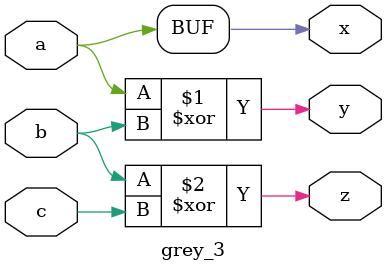
<source format=v>
module grey_3(
    input a,
    input b,
    input c,
    output x,
    output y,
    output z
    );
    
    assign x = a;
    assign y= a^b;
    assign z= b^c;
    
endmodule

</source>
